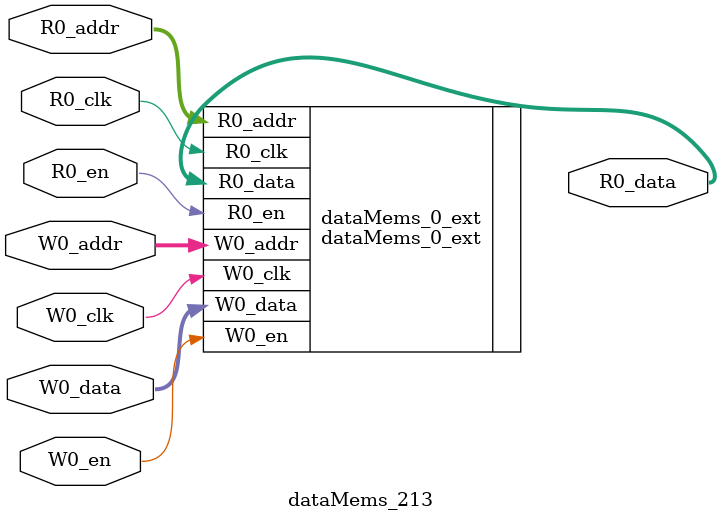
<source format=sv>
`ifndef RANDOMIZE
  `ifdef RANDOMIZE_REG_INIT
    `define RANDOMIZE
  `endif // RANDOMIZE_REG_INIT
`endif // not def RANDOMIZE
`ifndef RANDOMIZE
  `ifdef RANDOMIZE_MEM_INIT
    `define RANDOMIZE
  `endif // RANDOMIZE_MEM_INIT
`endif // not def RANDOMIZE

`ifndef RANDOM
  `define RANDOM $random
`endif // not def RANDOM

// Users can define 'PRINTF_COND' to add an extra gate to prints.
`ifndef PRINTF_COND_
  `ifdef PRINTF_COND
    `define PRINTF_COND_ (`PRINTF_COND)
  `else  // PRINTF_COND
    `define PRINTF_COND_ 1
  `endif // PRINTF_COND
`endif // not def PRINTF_COND_

// Users can define 'ASSERT_VERBOSE_COND' to add an extra gate to assert error printing.
`ifndef ASSERT_VERBOSE_COND_
  `ifdef ASSERT_VERBOSE_COND
    `define ASSERT_VERBOSE_COND_ (`ASSERT_VERBOSE_COND)
  `else  // ASSERT_VERBOSE_COND
    `define ASSERT_VERBOSE_COND_ 1
  `endif // ASSERT_VERBOSE_COND
`endif // not def ASSERT_VERBOSE_COND_

// Users can define 'STOP_COND' to add an extra gate to stop conditions.
`ifndef STOP_COND_
  `ifdef STOP_COND
    `define STOP_COND_ (`STOP_COND)
  `else  // STOP_COND
    `define STOP_COND_ 1
  `endif // STOP_COND
`endif // not def STOP_COND_

// Users can define INIT_RANDOM as general code that gets injected into the
// initializer block for modules with registers.
`ifndef INIT_RANDOM
  `define INIT_RANDOM
`endif // not def INIT_RANDOM

// If using random initialization, you can also define RANDOMIZE_DELAY to
// customize the delay used, otherwise 0.002 is used.
`ifndef RANDOMIZE_DELAY
  `define RANDOMIZE_DELAY 0.002
`endif // not def RANDOMIZE_DELAY

// Define INIT_RANDOM_PROLOG_ for use in our modules below.
`ifndef INIT_RANDOM_PROLOG_
  `ifdef RANDOMIZE
    `ifdef VERILATOR
      `define INIT_RANDOM_PROLOG_ `INIT_RANDOM
    `else  // VERILATOR
      `define INIT_RANDOM_PROLOG_ `INIT_RANDOM #`RANDOMIZE_DELAY begin end
    `endif // VERILATOR
  `else  // RANDOMIZE
    `define INIT_RANDOM_PROLOG_
  `endif // RANDOMIZE
`endif // not def INIT_RANDOM_PROLOG_

// Include register initializers in init blocks unless synthesis is set
`ifndef SYNTHESIS
  `ifndef ENABLE_INITIAL_REG_
    `define ENABLE_INITIAL_REG_
  `endif // not def ENABLE_INITIAL_REG_
`endif // not def SYNTHESIS

// Include rmemory initializers in init blocks unless synthesis is set
`ifndef SYNTHESIS
  `ifndef ENABLE_INITIAL_MEM_
    `define ENABLE_INITIAL_MEM_
  `endif // not def ENABLE_INITIAL_MEM_
`endif // not def SYNTHESIS

module dataMems_213(	// @[generators/ara/src/main/scala/UnsafeAXI4ToTL.scala:365:62]
  input  [4:0]   R0_addr,
  input          R0_en,
  input          R0_clk,
  output [130:0] R0_data,
  input  [4:0]   W0_addr,
  input          W0_en,
  input          W0_clk,
  input  [130:0] W0_data
);

  dataMems_0_ext dataMems_0_ext (	// @[generators/ara/src/main/scala/UnsafeAXI4ToTL.scala:365:62]
    .R0_addr (R0_addr),
    .R0_en   (R0_en),
    .R0_clk  (R0_clk),
    .R0_data (R0_data),
    .W0_addr (W0_addr),
    .W0_en   (W0_en),
    .W0_clk  (W0_clk),
    .W0_data (W0_data)
  );
endmodule


</source>
